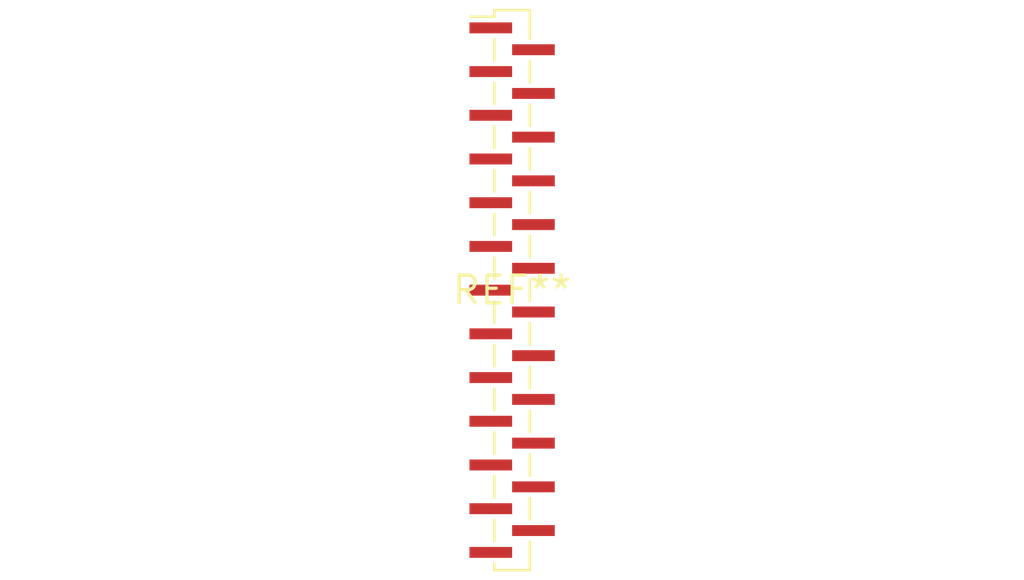
<source format=kicad_pcb>
(kicad_pcb (version 20240108) (generator pcbnew)
  (layers (0 "F.Cu" signal) (31 "B.Cu" signal) (34 "B.Paste" user) (35 "F.Paste" user) (36 "B.SilkS" user "B.Silkscreen") (37 "F.SilkS" user "F.Silkscreen") (38 "B.Mask" user) (39 "F.Mask" user) (44 "Edge.Cuts" user))
  (net 0 "")
  (footprint "PinSocket_1x25_P1.00mm_Vertical_SMD_Pin1Left" (layer "F.Cu") (at 0 0)
    (property "Reference" "REF**")
    (property "Value" "PinSocket_1x25_P1.00mm_Vertical_SMD_Pin1Left")
    (fp_line (start -1.89 -12.51) (end -0.81 -12.51) (layer "F.SilkS") (stroke (width 0.12)))
    (fp_line (start -0.81 -12.81) (end -0.81 -12.51) (layer "F.SilkS") (stroke (width 0.12)))
    (fp_line (start -0.81 -12.81) (end 0.81 -12.81) (layer "F.SilkS") (stroke (width 0.12)))
    (fp_line (start -0.81 -11.49) (end -0.81 -10.51) (layer "F.SilkS") (stroke (width 0.12)))
    (fp_line (start -0.81 -9.49) (end -0.81 -8.51) (layer "F.SilkS") (stroke (width 0.12)))
    (fp_line (start -0.81 -7.49) (end -0.81 -6.51) (layer "F.SilkS") (stroke (width 0.12)))
    (fp_line (start -0.81 -5.49) (end -0.81 -4.51) (layer "F.SilkS") (stroke (width 0.12)))
    (fp_line (start -0.81 -3.49) (end -0.81 -2.51) (layer "F.SilkS") (stroke (width 0.12)))
    (fp_line (start -0.81 -1.49) (end -0.81 -0.51) (layer "F.SilkS") (stroke (width 0.12)))
    (fp_line (start -0.81 0.51) (end -0.81 1.49) (layer "F.SilkS") (stroke (width 0.12)))
    (fp_line (start -0.81 2.51) (end -0.81 3.49) (layer "F.SilkS") (stroke (width 0.12)))
    (fp_line (start -0.81 4.51) (end -0.81 5.49) (layer "F.SilkS") (stroke (width 0.12)))
    (fp_line (start -0.81 6.51) (end -0.81 7.49) (layer "F.SilkS") (stroke (width 0.12)))
    (fp_line (start -0.81 8.51) (end -0.81 9.49) (layer "F.SilkS") (stroke (width 0.12)))
    (fp_line (start -0.81 10.51) (end -0.81 11.49) (layer "F.SilkS") (stroke (width 0.12)))
    (fp_line (start -0.81 12.51) (end -0.81 12.81) (layer "F.SilkS") (stroke (width 0.12)))
    (fp_line (start -0.81 12.81) (end 0.81 12.81) (layer "F.SilkS") (stroke (width 0.12)))
    (fp_line (start 0.81 -12.81) (end 0.81 -11.51) (layer "F.SilkS") (stroke (width 0.12)))
    (fp_line (start 0.81 -10.49) (end 0.81 -9.51) (layer "F.SilkS") (stroke (width 0.12)))
    (fp_line (start 0.81 -8.49) (end 0.81 -7.51) (layer "F.SilkS") (stroke (width 0.12)))
    (fp_line (start 0.81 -6.49) (end 0.81 -5.51) (layer "F.SilkS") (stroke (width 0.12)))
    (fp_line (start 0.81 -4.49) (end 0.81 -3.51) (layer "F.SilkS") (stroke (width 0.12)))
    (fp_line (start 0.81 -2.49) (end 0.81 -1.51) (layer "F.SilkS") (stroke (width 0.12)))
    (fp_line (start 0.81 -0.49) (end 0.81 0.49) (layer "F.SilkS") (stroke (width 0.12)))
    (fp_line (start 0.81 1.51) (end 0.81 2.49) (layer "F.SilkS") (stroke (width 0.12)))
    (fp_line (start 0.81 3.51) (end 0.81 4.49) (layer "F.SilkS") (stroke (width 0.12)))
    (fp_line (start 0.81 5.51) (end 0.81 6.49) (layer "F.SilkS") (stroke (width 0.12)))
    (fp_line (start 0.81 7.51) (end 0.81 8.49) (layer "F.SilkS") (stroke (width 0.12)))
    (fp_line (start 0.81 9.51) (end 0.81 10.49) (layer "F.SilkS") (stroke (width 0.12)))
    (fp_line (start 0.81 11.51) (end 0.81 12.81) (layer "F.SilkS") (stroke (width 0.12)))
    (pad "1" smd rect (at -0.975 -12) (size 1.95 0.5) (layers "F.Cu" "F.Paste" "F.Mask"))
    (pad "2" smd rect (at 0.975 -11) (size 1.95 0.5) (layers "F.Cu" "F.Paste" "F.Mask"))
    (pad "3" smd rect (at -0.975 -10) (size 1.95 0.5) (layers "F.Cu" "F.Paste" "F.Mask"))
    (pad "4" smd rect (at 0.975 -9) (size 1.95 0.5) (layers "F.Cu" "F.Paste" "F.Mask"))
    (pad "5" smd rect (at -0.975 -8) (size 1.95 0.5) (layers "F.Cu" "F.Paste" "F.Mask"))
    (pad "6" smd rect (at 0.975 -7) (size 1.95 0.5) (layers "F.Cu" "F.Paste" "F.Mask"))
    (pad "7" smd rect (at -0.975 -6) (size 1.95 0.5) (layers "F.Cu" "F.Paste" "F.Mask"))
    (pad "8" smd rect (at 0.975 -5) (size 1.95 0.5) (layers "F.Cu" "F.Paste" "F.Mask"))
    (pad "9" smd rect (at -0.975 -4) (size 1.95 0.5) (layers "F.Cu" "F.Paste" "F.Mask"))
    (pad "10" smd rect (at 0.975 -3) (size 1.95 0.5) (layers "F.Cu" "F.Paste" "F.Mask"))
    (pad "11" smd rect (at -0.975 -2) (size 1.95 0.5) (layers "F.Cu" "F.Paste" "F.Mask"))
    (pad "12" smd rect (at 0.975 -1) (size 1.95 0.5) (layers "F.Cu" "F.Paste" "F.Mask"))
    (pad "13" smd rect (at -0.975 0) (size 1.95 0.5) (layers "F.Cu" "F.Paste" "F.Mask"))
    (pad "14" smd rect (at 0.975 1) (size 1.95 0.5) (layers "F.Cu" "F.Paste" "F.Mask"))
    (pad "15" smd rect (at -0.975 2) (size 1.95 0.5) (layers "F.Cu" "F.Paste" "F.Mask"))
    (pad "16" smd rect (at 0.975 3) (size 1.95 0.5) (layers "F.Cu" "F.Paste" "F.Mask"))
    (pad "17" smd rect (at -0.975 4) (size 1.95 0.5) (layers "F.Cu" "F.Paste" "F.Mask"))
    (pad "18" smd rect (at 0.975 5) (size 1.95 0.5) (layers "F.Cu" "F.Paste" "F.Mask"))
    (pad "19" smd rect (at -0.975 6) (size 1.95 0.5) (layers "F.Cu" "F.Paste" "F.Mask"))
    (pad "20" smd rect (at 0.975 7) (size 1.95 0.5) (layers "F.Cu" "F.Paste" "F.Mask"))
    (pad "21" smd rect (at -0.975 8) (size 1.95 0.5) (layers "F.Cu" "F.Paste" "F.Mask"))
    (pad "22" smd rect (at 0.975 9) (size 1.95 0.5) (layers "F.Cu" "F.Paste" "F.Mask"))
    (pad "23" smd rect (at -0.975 10) (size 1.95 0.5) (layers "F.Cu" "F.Paste" "F.Mask"))
    (pad "24" smd rect (at 0.975 11) (size 1.95 0.5) (layers "F.Cu" "F.Paste" "F.Mask"))
    (pad "25" smd rect (at -0.975 12) (size 1.95 0.5) (layers "F.Cu" "F.Paste" "F.Mask"))
  )
)
</source>
